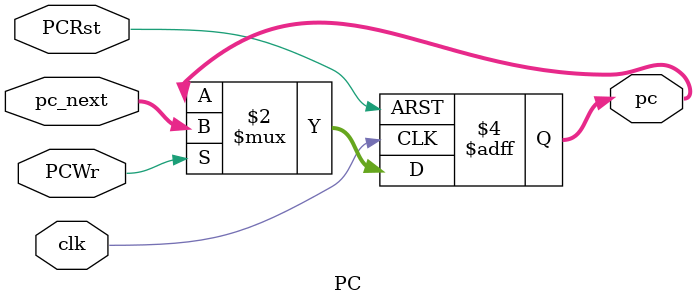
<source format=v>
module PC(pc_next, pc, PCRst, clk, PCWr);
  
  input [31:0] pc_next;
  input PCRst;
  input clk;
  input PCWr;
  output reg [31:0] pc;
  
  always @(posedge clk or posedge PCRst)
  begin
    if (PCRst)
      pc <= 32'h0000_0000;
    else
      if (PCWr)
        pc <= pc_next;
  end
  
endmodule
</source>
